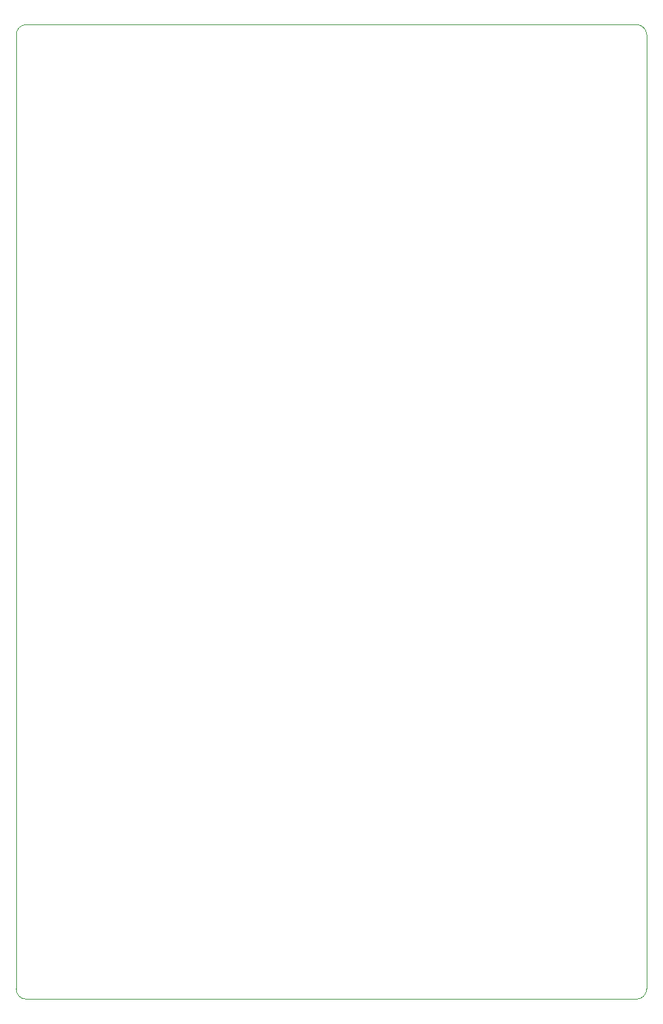
<source format=gbr>
%TF.GenerationSoftware,KiCad,Pcbnew,(6.0.2)*%
%TF.CreationDate,2022-02-21T00:40:36-05:00*%
%TF.ProjectId,Numpad,4e756d70-6164-42e6-9b69-6361645f7063,rev?*%
%TF.SameCoordinates,Original*%
%TF.FileFunction,Profile,NP*%
%FSLAX46Y46*%
G04 Gerber Fmt 4.6, Leading zero omitted, Abs format (unit mm)*
G04 Created by KiCad (PCBNEW (6.0.2)) date 2022-02-21 00:40:36*
%MOMM*%
%LPD*%
G01*
G04 APERTURE LIST*
%TA.AperFunction,Profile*%
%ADD10C,0.100000*%
%TD*%
G04 APERTURE END LIST*
D10*
X23812499Y-22542499D02*
G75*
G03*
X22542499Y-23812499I-1J-1269999D01*
G01*
X22542499Y-142874999D02*
G75*
G03*
X23812499Y-144144999I1269999J-1D01*
G01*
X100012499Y-144144999D02*
X23812499Y-144144999D01*
X22542499Y-142874999D02*
X22542499Y-23812499D01*
X100012499Y-144144999D02*
G75*
G03*
X101282499Y-142874999I1J1269999D01*
G01*
X101282499Y-23812499D02*
G75*
G03*
X100012499Y-22542499I-1269999J1D01*
G01*
X100012499Y-22542499D02*
X23812499Y-22542499D01*
X101282499Y-142874999D02*
X101282499Y-23812499D01*
M02*

</source>
